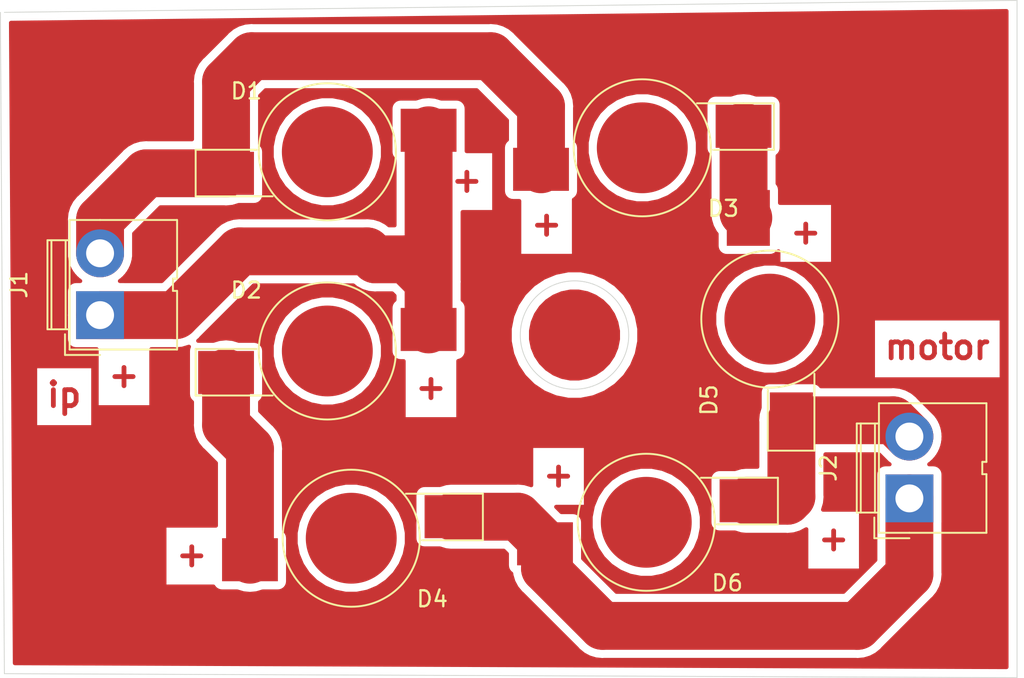
<source format=kicad_pcb>
(kicad_pcb (version 20171130) (host pcbnew "(5.1.6)-1")

  (general
    (thickness 1.6)
    (drawings 17)
    (tracks 33)
    (zones 0)
    (modules 8)
    (nets 7)
  )

  (page A4)
  (layers
    (0 F.Cu signal)
    (31 B.Cu signal)
    (32 B.Adhes user)
    (33 F.Adhes user)
    (34 B.Paste user)
    (35 F.Paste user)
    (36 B.SilkS user)
    (37 F.SilkS user)
    (38 B.Mask user)
    (39 F.Mask user)
    (40 Dwgs.User user)
    (41 Cmts.User user)
    (42 Eco1.User user)
    (43 Eco2.User user)
    (44 Edge.Cuts user)
    (45 Margin user)
    (46 B.CrtYd user)
    (47 F.CrtYd user)
    (48 B.Fab user)
    (49 F.Fab user)
  )

  (setup
    (last_trace_width 2)
    (user_trace_width 2)
    (user_trace_width 3)
    (trace_clearance 0.2)
    (zone_clearance 0.508)
    (zone_45_only no)
    (trace_min 0.2)
    (via_size 0.8)
    (via_drill 0.4)
    (via_min_size 0.4)
    (via_min_drill 0.3)
    (uvia_size 0.3)
    (uvia_drill 0.1)
    (uvias_allowed no)
    (uvia_min_size 0.2)
    (uvia_min_drill 0.1)
    (edge_width 0.05)
    (segment_width 0.2)
    (pcb_text_width 0.3)
    (pcb_text_size 1.5 1.5)
    (mod_edge_width 0.12)
    (mod_text_size 1 1)
    (mod_text_width 0.15)
    (pad_size 1.524 1.524)
    (pad_drill 0.762)
    (pad_to_mask_clearance 0.05)
    (aux_axis_origin 0 0)
    (visible_elements FFFFFF7F)
    (pcbplotparams
      (layerselection 0x010fc_ffffffff)
      (usegerberextensions false)
      (usegerberattributes true)
      (usegerberadvancedattributes true)
      (creategerberjobfile true)
      (excludeedgelayer true)
      (linewidth 0.100000)
      (plotframeref false)
      (viasonmask false)
      (mode 1)
      (useauxorigin false)
      (hpglpennumber 1)
      (hpglpenspeed 20)
      (hpglpendiameter 15.000000)
      (psnegative false)
      (psa4output false)
      (plotreference true)
      (plotvalue true)
      (plotinvisibletext false)
      (padsonsilk false)
      (subtractmaskfromsilk false)
      (outputformat 1)
      (mirror false)
      (drillshape 1)
      (scaleselection 1)
      (outputdirectory ""))
  )

  (net 0 "")
  (net 1 "Net-(D1-Pad2)")
  (net 2 "Net-(D1-Pad1)")
  (net 3 "Net-(D2-Pad1)")
  (net 4 "Net-(D3-Pad1)")
  (net 5 "Net-(D4-Pad1)")
  (net 6 "Net-(D5-Pad1)")

  (net_class Default "This is the default net class."
    (clearance 0.2)
    (trace_width 0.25)
    (via_dia 0.8)
    (via_drill 0.4)
    (uvia_dia 0.3)
    (uvia_drill 0.1)
    (add_net "Net-(D1-Pad1)")
    (add_net "Net-(D1-Pad2)")
    (add_net "Net-(D2-Pad1)")
    (add_net "Net-(D3-Pad1)")
    (add_net "Net-(D4-Pad1)")
    (add_net "Net-(D5-Pad1)")
  )

  (module Connector:JWT_A3963_1x02_P3.96mm_Vertical (layer F.Cu) (tedit 5A2A57CE) (tstamp 5F916A88)
    (at 176.75 122.25 90)
    (descr "JWT A3963, 3.96mm pitch Pin head connector (http://www.jwt.com.tw/pro_pdf/A3963.pdf)")
    (tags "connector JWT A3963 pinhead")
    (path /5F916A6E)
    (fp_text reference J2 (at 1.91 -5.08 90) (layer F.SilkS)
      (effects (font (size 1 1) (thickness 0.15)))
    )
    (fp_text value motor (at 1.91 6.35 90) (layer F.Fab)
      (effects (font (size 1 1) (thickness 0.15)))
    )
    (fp_text user %R (at 2.2 3.7 90) (layer F.Fab)
      (effects (font (size 1 1) (thickness 0.15)))
    )
    (fp_line (start 4.6 -3.2) (end 4.6 -1.8) (layer F.Fab) (width 0.1))
    (fp_line (start -0.8 -3.2) (end 4.6 -3.2) (layer F.Fab) (width 0.1))
    (fp_line (start -0.8 -1.8) (end -0.8 -3.2) (layer F.Fab) (width 0.1))
    (fp_line (start 0 -0.3) (end 1.25 -1.8) (layer F.Fab) (width 0.1))
    (fp_line (start -1.25 -1.8) (end 0 -0.3) (layer F.Fab) (width 0.1))
    (fp_line (start -2.5 -2.2) (end -2.5 0) (layer F.SilkS) (width 0.12))
    (fp_line (start -1.2 -2.2) (end -2.5 -2.2) (layer F.SilkS) (width 0.12))
    (fp_line (start -2.05 4.7) (end -2.05 -1.8) (layer F.Fab) (width 0.1))
    (fp_line (start 5.85 4.7) (end -2.05 4.7) (layer F.Fab) (width 0.1))
    (fp_line (start 5.85 -1.8) (end 5.85 4.7) (layer F.Fab) (width 0.1))
    (fp_line (start -2.05 -1.8) (end 5.85 -1.8) (layer F.Fab) (width 0.1))
    (fp_line (start -2.5 -3.55) (end 6.35 -3.55) (layer F.CrtYd) (width 0.05))
    (fp_line (start 6.35 -3.55) (end 6.35 5.05) (layer F.CrtYd) (width 0.05))
    (fp_line (start 6.35 5.05) (end -2.5 5.05) (layer F.CrtYd) (width 0.05))
    (fp_line (start -2.5 5.05) (end -2.5 -3.55) (layer F.CrtYd) (width 0.05))
    (fp_line (start 2.29 4.83) (end 5.97 4.83) (layer F.SilkS) (width 0.12))
    (fp_line (start 1.52 4.83) (end -2.16 4.83) (layer F.SilkS) (width 0.12))
    (fp_line (start 1.52 4.83) (end 1.52 4.57) (layer F.SilkS) (width 0.12))
    (fp_line (start 1.52 4.57) (end 2.29 4.57) (layer F.SilkS) (width 0.12))
    (fp_line (start 2.29 4.57) (end 2.29 4.83) (layer F.SilkS) (width 0.12))
    (fp_line (start -0.89 -2.16) (end 4.7 -2.16) (layer F.SilkS) (width 0.12))
    (fp_line (start -0.89 -3.05) (end 4.7 -3.05) (layer F.SilkS) (width 0.12))
    (fp_line (start 5.97 -1.91) (end 5.97 0) (layer F.SilkS) (width 0.12))
    (fp_line (start -2.16 -1.91) (end -2.16 0) (layer F.SilkS) (width 0.12))
    (fp_line (start -0.89 -3.3) (end 4.7 -3.3) (layer F.SilkS) (width 0.12))
    (fp_line (start 4.7 -1.91) (end 4.7 -3.3) (layer F.SilkS) (width 0.12))
    (fp_line (start -0.89 -1.91) (end -0.89 -3.3) (layer F.SilkS) (width 0.12))
    (fp_line (start -2.16 -1.91) (end 5.97 -1.91) (layer F.SilkS) (width 0.12))
    (fp_line (start -2.16 0) (end -2.16 4.83) (layer F.SilkS) (width 0.12))
    (fp_line (start 5.97 4.83) (end 5.97 0) (layer F.SilkS) (width 0.12))
    (pad 2 thru_hole circle (at 3.88 0 90) (size 3 3) (drill 1.75) (layers *.Cu *.Mask)
      (net 6 "Net-(D5-Pad1)"))
    (pad 1 thru_hole rect (at 0 0 90) (size 3 3) (drill 1.75) (layers *.Cu *.Mask)
      (net 5 "Net-(D4-Pad1)"))
    (model ${KISYS3DMOD}/Connector.3dshapes/JWT_A3963_1x02_P3.96mm_Vertical.wrl
      (at (xyz 0 0 0))
      (scale (xyz 1 1 1))
      (rotate (xyz 0 0 0))
    )
  )

  (module Connector:JWT_A3963_1x02_P3.96mm_Vertical (layer F.Cu) (tedit 5A2A57CE) (tstamp 5F917389)
    (at 126 110.75 90)
    (descr "JWT A3963, 3.96mm pitch Pin head connector (http://www.jwt.com.tw/pro_pdf/A3963.pdf)")
    (tags "connector JWT A3963 pinhead")
    (path /5F916672)
    (fp_text reference J1 (at 1.91 -5.08 90) (layer F.SilkS)
      (effects (font (size 1 1) (thickness 0.15)))
    )
    (fp_text value input (at 1.91 6.35 90) (layer F.Fab)
      (effects (font (size 1 1) (thickness 0.15)))
    )
    (fp_text user %R (at 2.2 3.7 90) (layer F.Fab)
      (effects (font (size 1 1) (thickness 0.15)))
    )
    (fp_line (start 4.6 -3.2) (end 4.6 -1.8) (layer F.Fab) (width 0.1))
    (fp_line (start -0.8 -3.2) (end 4.6 -3.2) (layer F.Fab) (width 0.1))
    (fp_line (start -0.8 -1.8) (end -0.8 -3.2) (layer F.Fab) (width 0.1))
    (fp_line (start 0 -0.3) (end 1.25 -1.8) (layer F.Fab) (width 0.1))
    (fp_line (start -1.25 -1.8) (end 0 -0.3) (layer F.Fab) (width 0.1))
    (fp_line (start -2.5 -2.2) (end -2.5 0) (layer F.SilkS) (width 0.12))
    (fp_line (start -1.2 -2.2) (end -2.5 -2.2) (layer F.SilkS) (width 0.12))
    (fp_line (start -2.05 4.7) (end -2.05 -1.8) (layer F.Fab) (width 0.1))
    (fp_line (start 5.85 4.7) (end -2.05 4.7) (layer F.Fab) (width 0.1))
    (fp_line (start 5.85 -1.8) (end 5.85 4.7) (layer F.Fab) (width 0.1))
    (fp_line (start -2.05 -1.8) (end 5.85 -1.8) (layer F.Fab) (width 0.1))
    (fp_line (start -2.5 -3.55) (end 6.35 -3.55) (layer F.CrtYd) (width 0.05))
    (fp_line (start 6.35 -3.55) (end 6.35 5.05) (layer F.CrtYd) (width 0.05))
    (fp_line (start 6.35 5.05) (end -2.5 5.05) (layer F.CrtYd) (width 0.05))
    (fp_line (start -2.5 5.05) (end -2.5 -3.55) (layer F.CrtYd) (width 0.05))
    (fp_line (start 2.29 4.83) (end 5.97 4.83) (layer F.SilkS) (width 0.12))
    (fp_line (start 1.52 4.83) (end -2.16 4.83) (layer F.SilkS) (width 0.12))
    (fp_line (start 1.52 4.83) (end 1.52 4.57) (layer F.SilkS) (width 0.12))
    (fp_line (start 1.52 4.57) (end 2.29 4.57) (layer F.SilkS) (width 0.12))
    (fp_line (start 2.29 4.57) (end 2.29 4.83) (layer F.SilkS) (width 0.12))
    (fp_line (start -0.89 -2.16) (end 4.7 -2.16) (layer F.SilkS) (width 0.12))
    (fp_line (start -0.89 -3.05) (end 4.7 -3.05) (layer F.SilkS) (width 0.12))
    (fp_line (start 5.97 -1.91) (end 5.97 0) (layer F.SilkS) (width 0.12))
    (fp_line (start -2.16 -1.91) (end -2.16 0) (layer F.SilkS) (width 0.12))
    (fp_line (start -0.89 -3.3) (end 4.7 -3.3) (layer F.SilkS) (width 0.12))
    (fp_line (start 4.7 -1.91) (end 4.7 -3.3) (layer F.SilkS) (width 0.12))
    (fp_line (start -0.89 -1.91) (end -0.89 -3.3) (layer F.SilkS) (width 0.12))
    (fp_line (start -2.16 -1.91) (end 5.97 -1.91) (layer F.SilkS) (width 0.12))
    (fp_line (start -2.16 0) (end -2.16 4.83) (layer F.SilkS) (width 0.12))
    (fp_line (start 5.97 4.83) (end 5.97 0) (layer F.SilkS) (width 0.12))
    (pad 2 thru_hole circle (at 3.88 0 90) (size 3 3) (drill 1.75) (layers *.Cu *.Mask)
      (net 2 "Net-(D1-Pad1)"))
    (pad 1 thru_hole rect (at 0 0 90) (size 3 3) (drill 1.75) (layers *.Cu *.Mask)
      (net 1 "Net-(D1-Pad2)"))
    (model ${KISYS3DMOD}/Connector.3dshapes/JWT_A3963_1x02_P3.96mm_Vertical.wrl
      (at (xyz 0 0 0))
      (scale (xyz 1 1 1))
      (rotate (xyz 0 0 0))
    )
  )

  (module LEDs:LED_1W_3W_R8 (layer F.Cu) (tedit 58AC980C) (tstamp 5F916D30)
    (at 160.25 123.75 180)
    (descr https://www.gme.cz/data/attachments/dsh.518-234.1.pdf)
    (tags "LED 1W 3W 5W")
    (path /5F914996)
    (attr smd)
    (fp_text reference D6 (at -5.08 -3.81) (layer F.SilkS)
      (effects (font (size 1 1) (thickness 0.15)))
    )
    (fp_text value LED (at 0 5.08) (layer F.Fab)
      (effects (font (size 1 1) (thickness 0.15)))
    )
    (fp_circle (center 0 0) (end 4.025 0) (layer F.Fab) (width 0.1))
    (fp_line (start 4.826 1.524) (end 4.826 0.508) (layer F.Fab) (width 0.1))
    (fp_line (start -5.334 -1.016) (end -4.318 -1.016) (layer F.Fab) (width 0.1))
    (fp_line (start 4.318 1.016) (end 5.334 1.016) (layer F.Fab) (width 0.1))
    (fp_circle (center 0 0) (end -4.3 0) (layer F.SilkS) (width 0.12))
    (fp_line (start -4.445 -0.127) (end -8.255 -0.127) (layer F.SilkS) (width 0.12))
    (fp_line (start -8.255 -0.127) (end -8.255 2.794) (layer F.SilkS) (width 0.12))
    (fp_line (start -8.255 2.794) (end -3.429 2.794) (layer F.SilkS) (width 0.12))
    (fp_line (start -4.59 -0.45) (end -8.55 -0.45) (layer F.CrtYd) (width 0.05))
    (fp_line (start -8.55 -0.45) (end -8.55 3.15) (layer F.CrtYd) (width 0.05))
    (fp_line (start -8.55 3.15) (end -3.37 3.15) (layer F.CrtYd) (width 0.05))
    (fp_line (start 3.37 -3.15) (end 8.55 -3.15) (layer F.CrtYd) (width 0.05))
    (fp_line (start 8.55 -3.15) (end 8.55 0.45) (layer F.CrtYd) (width 0.05))
    (fp_line (start 8.55 0.45) (end 4.59 0.45) (layer F.CrtYd) (width 0.05))
    (fp_line (start -1.27 0) (end 1.27 -1.27) (layer F.Fab) (width 0.1))
    (fp_line (start 1.27 -1.27) (end 1.27 1.27) (layer F.Fab) (width 0.1))
    (fp_line (start -1.27 0) (end 1.27 1.27) (layer F.Fab) (width 0.1))
    (fp_line (start 1.27 1.27) (end 1.27 0) (layer F.Fab) (width 0.1))
    (fp_line (start 1.27 0) (end 2.54 0) (layer F.Fab) (width 0.1))
    (fp_line (start -1.27 -1.27) (end -1.27 1.27) (layer F.Fab) (width 0.1))
    (fp_line (start -2.54 0) (end -1.27 0) (layer F.Fab) (width 0.1))
    (fp_text user %R (at 0 -2.54) (layer F.Fab)
      (effects (font (size 1 1) (thickness 0.15)))
    )
    (fp_arc (start 0 0) (end 4.59 0.45) (angle 131.3332206) (layer F.CrtYd) (width 0.05))
    (fp_arc (start 0 0) (end -4.59 -0.45) (angle 131.3332206) (layer F.CrtYd) (width 0.05))
    (pad 2 smd rect (at 6.35 -1.35 180) (size 3.5 2.7) (layers F.Cu F.Paste F.Mask)
      (net 5 "Net-(D4-Pad1)"))
    (pad 1 smd rect (at -6.35 1.35 180) (size 3.5 2.7) (layers F.Cu F.Paste F.Mask)
      (net 6 "Net-(D5-Pad1)"))
    (pad 3 smd circle (at 0 0 180) (size 5.7 5.7) (layers F.Cu F.Paste F.Mask))
    (model ${KISYS3DMOD}/LEDs.3dshapes/LED_1W_3W_R8.wrl
      (at (xyz 0 0 0))
      (scale (xyz 1 1 1))
      (rotate (xyz 0 0 0))
    )
  )

  (module LEDs:LED_1W_3W_R8 (layer F.Cu) (tedit 58AC980C) (tstamp 5F916A3B)
    (at 168 111 90)
    (descr https://www.gme.cz/data/attachments/dsh.518-234.1.pdf)
    (tags "LED 1W 3W 5W")
    (path /5F9158D8)
    (attr smd)
    (fp_text reference D5 (at -5.08 -3.81 90) (layer F.SilkS)
      (effects (font (size 1 1) (thickness 0.15)))
    )
    (fp_text value LED (at 0 5.08 90) (layer F.Fab)
      (effects (font (size 1 1) (thickness 0.15)))
    )
    (fp_circle (center 0 0) (end 4.025 0) (layer F.Fab) (width 0.1))
    (fp_line (start 4.826 1.524) (end 4.826 0.508) (layer F.Fab) (width 0.1))
    (fp_line (start -5.334 -1.016) (end -4.318 -1.016) (layer F.Fab) (width 0.1))
    (fp_line (start 4.318 1.016) (end 5.334 1.016) (layer F.Fab) (width 0.1))
    (fp_circle (center 0 0) (end -4.3 0) (layer F.SilkS) (width 0.12))
    (fp_line (start -4.445 -0.127) (end -8.255 -0.127) (layer F.SilkS) (width 0.12))
    (fp_line (start -8.255 -0.127) (end -8.255 2.794) (layer F.SilkS) (width 0.12))
    (fp_line (start -8.255 2.794) (end -3.429 2.794) (layer F.SilkS) (width 0.12))
    (fp_line (start -4.59 -0.45) (end -8.55 -0.45) (layer F.CrtYd) (width 0.05))
    (fp_line (start -8.55 -0.45) (end -8.55 3.15) (layer F.CrtYd) (width 0.05))
    (fp_line (start -8.55 3.15) (end -3.37 3.15) (layer F.CrtYd) (width 0.05))
    (fp_line (start 3.37 -3.15) (end 8.55 -3.15) (layer F.CrtYd) (width 0.05))
    (fp_line (start 8.55 -3.15) (end 8.55 0.45) (layer F.CrtYd) (width 0.05))
    (fp_line (start 8.55 0.45) (end 4.59 0.45) (layer F.CrtYd) (width 0.05))
    (fp_line (start -1.27 0) (end 1.27 -1.27) (layer F.Fab) (width 0.1))
    (fp_line (start 1.27 -1.27) (end 1.27 1.27) (layer F.Fab) (width 0.1))
    (fp_line (start -1.27 0) (end 1.27 1.27) (layer F.Fab) (width 0.1))
    (fp_line (start 1.27 1.27) (end 1.27 0) (layer F.Fab) (width 0.1))
    (fp_line (start 1.27 0) (end 2.54 0) (layer F.Fab) (width 0.1))
    (fp_line (start -1.27 -1.27) (end -1.27 1.27) (layer F.Fab) (width 0.1))
    (fp_line (start -2.54 0) (end -1.27 0) (layer F.Fab) (width 0.1))
    (fp_text user %R (at 0 -2.54 90) (layer F.Fab)
      (effects (font (size 1 1) (thickness 0.15)))
    )
    (fp_arc (start 0 0) (end 4.59 0.45) (angle 131.3332206) (layer F.CrtYd) (width 0.05))
    (fp_arc (start 0 0) (end -4.59 -0.45) (angle 131.3332206) (layer F.CrtYd) (width 0.05))
    (pad 2 smd rect (at 6.35 -1.35 90) (size 3.5 2.7) (layers F.Cu F.Paste F.Mask)
      (net 4 "Net-(D3-Pad1)"))
    (pad 1 smd rect (at -6.35 1.35 90) (size 3.5 2.7) (layers F.Cu F.Paste F.Mask)
      (net 6 "Net-(D5-Pad1)"))
    (pad 3 smd circle (at 0 0 90) (size 5.7 5.7) (layers F.Cu F.Paste F.Mask))
    (model ${KISYS3DMOD}/LEDs.3dshapes/LED_1W_3W_R8.wrl
      (at (xyz 0 0 0))
      (scale (xyz 1 1 1))
      (rotate (xyz 0 0 0))
    )
  )

  (module LEDs:LED_1W_3W_R8 (layer F.Cu) (tedit 58AC980C) (tstamp 5F916A38)
    (at 141.75 124.75 180)
    (descr https://www.gme.cz/data/attachments/dsh.518-234.1.pdf)
    (tags "LED 1W 3W 5W")
    (path /5F913F16)
    (attr smd)
    (fp_text reference D4 (at -5.08 -3.81) (layer F.SilkS)
      (effects (font (size 1 1) (thickness 0.15)))
    )
    (fp_text value LED (at 0 5.08) (layer F.Fab)
      (effects (font (size 1 1) (thickness 0.15)))
    )
    (fp_circle (center 0 0) (end 4.025 0) (layer F.Fab) (width 0.1))
    (fp_line (start 4.826 1.524) (end 4.826 0.508) (layer F.Fab) (width 0.1))
    (fp_line (start -5.334 -1.016) (end -4.318 -1.016) (layer F.Fab) (width 0.1))
    (fp_line (start 4.318 1.016) (end 5.334 1.016) (layer F.Fab) (width 0.1))
    (fp_circle (center 0 0) (end -4.3 0) (layer F.SilkS) (width 0.12))
    (fp_line (start -4.445 -0.127) (end -8.255 -0.127) (layer F.SilkS) (width 0.12))
    (fp_line (start -8.255 -0.127) (end -8.255 2.794) (layer F.SilkS) (width 0.12))
    (fp_line (start -8.255 2.794) (end -3.429 2.794) (layer F.SilkS) (width 0.12))
    (fp_line (start -4.59 -0.45) (end -8.55 -0.45) (layer F.CrtYd) (width 0.05))
    (fp_line (start -8.55 -0.45) (end -8.55 3.15) (layer F.CrtYd) (width 0.05))
    (fp_line (start -8.55 3.15) (end -3.37 3.15) (layer F.CrtYd) (width 0.05))
    (fp_line (start 3.37 -3.15) (end 8.55 -3.15) (layer F.CrtYd) (width 0.05))
    (fp_line (start 8.55 -3.15) (end 8.55 0.45) (layer F.CrtYd) (width 0.05))
    (fp_line (start 8.55 0.45) (end 4.59 0.45) (layer F.CrtYd) (width 0.05))
    (fp_line (start -1.27 0) (end 1.27 -1.27) (layer F.Fab) (width 0.1))
    (fp_line (start 1.27 -1.27) (end 1.27 1.27) (layer F.Fab) (width 0.1))
    (fp_line (start -1.27 0) (end 1.27 1.27) (layer F.Fab) (width 0.1))
    (fp_line (start 1.27 1.27) (end 1.27 0) (layer F.Fab) (width 0.1))
    (fp_line (start 1.27 0) (end 2.54 0) (layer F.Fab) (width 0.1))
    (fp_line (start -1.27 -1.27) (end -1.27 1.27) (layer F.Fab) (width 0.1))
    (fp_line (start -2.54 0) (end -1.27 0) (layer F.Fab) (width 0.1))
    (fp_text user %R (at 0 -2.54) (layer F.Fab)
      (effects (font (size 1 1) (thickness 0.15)))
    )
    (fp_arc (start 0 0) (end 4.59 0.45) (angle 131.3332206) (layer F.CrtYd) (width 0.05))
    (fp_arc (start 0 0) (end -4.59 -0.45) (angle 131.3332206) (layer F.CrtYd) (width 0.05))
    (pad 2 smd rect (at 6.35 -1.35 180) (size 3.5 2.7) (layers F.Cu F.Paste F.Mask)
      (net 3 "Net-(D2-Pad1)"))
    (pad 1 smd rect (at -6.35 1.35 180) (size 3.5 2.7) (layers F.Cu F.Paste F.Mask)
      (net 5 "Net-(D4-Pad1)"))
    (pad 3 smd circle (at 0 0 180) (size 5.7 5.7) (layers F.Cu F.Paste F.Mask))
    (model ${KISYS3DMOD}/LEDs.3dshapes/LED_1W_3W_R8.wrl
      (at (xyz 0 0 0))
      (scale (xyz 1 1 1))
      (rotate (xyz 0 0 0))
    )
  )

  (module LEDs:LED_1W_3W_R8 (layer F.Cu) (tedit 58AC980C) (tstamp 5F916A35)
    (at 160 100.25 180)
    (descr https://www.gme.cz/data/attachments/dsh.518-234.1.pdf)
    (tags "LED 1W 3W 5W")
    (path /5F91556E)
    (attr smd)
    (fp_text reference D3 (at -5.08 -3.81) (layer F.SilkS)
      (effects (font (size 1 1) (thickness 0.15)))
    )
    (fp_text value LED (at 0 5.08) (layer F.Fab)
      (effects (font (size 1 1) (thickness 0.15)))
    )
    (fp_circle (center 0 0) (end 4.025 0) (layer F.Fab) (width 0.1))
    (fp_line (start 4.826 1.524) (end 4.826 0.508) (layer F.Fab) (width 0.1))
    (fp_line (start -5.334 -1.016) (end -4.318 -1.016) (layer F.Fab) (width 0.1))
    (fp_line (start 4.318 1.016) (end 5.334 1.016) (layer F.Fab) (width 0.1))
    (fp_circle (center 0 0) (end -4.3 0) (layer F.SilkS) (width 0.12))
    (fp_line (start -4.445 -0.127) (end -8.255 -0.127) (layer F.SilkS) (width 0.12))
    (fp_line (start -8.255 -0.127) (end -8.255 2.794) (layer F.SilkS) (width 0.12))
    (fp_line (start -8.255 2.794) (end -3.429 2.794) (layer F.SilkS) (width 0.12))
    (fp_line (start -4.59 -0.45) (end -8.55 -0.45) (layer F.CrtYd) (width 0.05))
    (fp_line (start -8.55 -0.45) (end -8.55 3.15) (layer F.CrtYd) (width 0.05))
    (fp_line (start -8.55 3.15) (end -3.37 3.15) (layer F.CrtYd) (width 0.05))
    (fp_line (start 3.37 -3.15) (end 8.55 -3.15) (layer F.CrtYd) (width 0.05))
    (fp_line (start 8.55 -3.15) (end 8.55 0.45) (layer F.CrtYd) (width 0.05))
    (fp_line (start 8.55 0.45) (end 4.59 0.45) (layer F.CrtYd) (width 0.05))
    (fp_line (start -1.27 0) (end 1.27 -1.27) (layer F.Fab) (width 0.1))
    (fp_line (start 1.27 -1.27) (end 1.27 1.27) (layer F.Fab) (width 0.1))
    (fp_line (start -1.27 0) (end 1.27 1.27) (layer F.Fab) (width 0.1))
    (fp_line (start 1.27 1.27) (end 1.27 0) (layer F.Fab) (width 0.1))
    (fp_line (start 1.27 0) (end 2.54 0) (layer F.Fab) (width 0.1))
    (fp_line (start -1.27 -1.27) (end -1.27 1.27) (layer F.Fab) (width 0.1))
    (fp_line (start -2.54 0) (end -1.27 0) (layer F.Fab) (width 0.1))
    (fp_text user %R (at 0 -2.54) (layer F.Fab)
      (effects (font (size 1 1) (thickness 0.15)))
    )
    (fp_arc (start 0 0) (end 4.59 0.45) (angle 131.3332206) (layer F.CrtYd) (width 0.05))
    (fp_arc (start 0 0) (end -4.59 -0.45) (angle 131.3332206) (layer F.CrtYd) (width 0.05))
    (pad 2 smd rect (at 6.35 -1.35 180) (size 3.5 2.7) (layers F.Cu F.Paste F.Mask)
      (net 2 "Net-(D1-Pad1)"))
    (pad 1 smd rect (at -6.35 1.35 180) (size 3.5 2.7) (layers F.Cu F.Paste F.Mask)
      (net 4 "Net-(D3-Pad1)"))
    (pad 3 smd circle (at 0 0 180) (size 5.7 5.7) (layers F.Cu F.Paste F.Mask))
    (model ${KISYS3DMOD}/LEDs.3dshapes/LED_1W_3W_R8.wrl
      (at (xyz 0 0 0))
      (scale (xyz 1 1 1))
      (rotate (xyz 0 0 0))
    )
  )

  (module LEDs:LED_1W_3W_R8 (layer F.Cu) (tedit 58AC980C) (tstamp 5F916A32)
    (at 140.25 113)
    (descr https://www.gme.cz/data/attachments/dsh.518-234.1.pdf)
    (tags "LED 1W 3W 5W")
    (path /5F9141E8)
    (attr smd)
    (fp_text reference D2 (at -5.08 -3.81) (layer F.SilkS)
      (effects (font (size 1 1) (thickness 0.15)))
    )
    (fp_text value LED (at 0 5.08) (layer F.Fab)
      (effects (font (size 1 1) (thickness 0.15)))
    )
    (fp_circle (center 0 0) (end 4.025 0) (layer F.Fab) (width 0.1))
    (fp_line (start 4.826 1.524) (end 4.826 0.508) (layer F.Fab) (width 0.1))
    (fp_line (start -5.334 -1.016) (end -4.318 -1.016) (layer F.Fab) (width 0.1))
    (fp_line (start 4.318 1.016) (end 5.334 1.016) (layer F.Fab) (width 0.1))
    (fp_circle (center 0 0) (end -4.3 0) (layer F.SilkS) (width 0.12))
    (fp_line (start -4.445 -0.127) (end -8.255 -0.127) (layer F.SilkS) (width 0.12))
    (fp_line (start -8.255 -0.127) (end -8.255 2.794) (layer F.SilkS) (width 0.12))
    (fp_line (start -8.255 2.794) (end -3.429 2.794) (layer F.SilkS) (width 0.12))
    (fp_line (start -4.59 -0.45) (end -8.55 -0.45) (layer F.CrtYd) (width 0.05))
    (fp_line (start -8.55 -0.45) (end -8.55 3.15) (layer F.CrtYd) (width 0.05))
    (fp_line (start -8.55 3.15) (end -3.37 3.15) (layer F.CrtYd) (width 0.05))
    (fp_line (start 3.37 -3.15) (end 8.55 -3.15) (layer F.CrtYd) (width 0.05))
    (fp_line (start 8.55 -3.15) (end 8.55 0.45) (layer F.CrtYd) (width 0.05))
    (fp_line (start 8.55 0.45) (end 4.59 0.45) (layer F.CrtYd) (width 0.05))
    (fp_line (start -1.27 0) (end 1.27 -1.27) (layer F.Fab) (width 0.1))
    (fp_line (start 1.27 -1.27) (end 1.27 1.27) (layer F.Fab) (width 0.1))
    (fp_line (start -1.27 0) (end 1.27 1.27) (layer F.Fab) (width 0.1))
    (fp_line (start 1.27 1.27) (end 1.27 0) (layer F.Fab) (width 0.1))
    (fp_line (start 1.27 0) (end 2.54 0) (layer F.Fab) (width 0.1))
    (fp_line (start -1.27 -1.27) (end -1.27 1.27) (layer F.Fab) (width 0.1))
    (fp_line (start -2.54 0) (end -1.27 0) (layer F.Fab) (width 0.1))
    (fp_text user %R (at 0 -2.54) (layer F.Fab)
      (effects (font (size 1 1) (thickness 0.15)))
    )
    (fp_arc (start 0 0) (end 4.59 0.45) (angle 131.3332206) (layer F.CrtYd) (width 0.05))
    (fp_arc (start 0 0) (end -4.59 -0.45) (angle 131.3332206) (layer F.CrtYd) (width 0.05))
    (pad 2 smd rect (at 6.35 -1.35) (size 3.5 2.7) (layers F.Cu F.Paste F.Mask)
      (net 1 "Net-(D1-Pad2)"))
    (pad 1 smd rect (at -6.35 1.35) (size 3.5 2.7) (layers F.Cu F.Paste F.Mask)
      (net 3 "Net-(D2-Pad1)"))
    (pad 3 smd circle (at 0 0) (size 5.7 5.7) (layers F.Cu F.Paste F.Mask))
    (model ${KISYS3DMOD}/LEDs.3dshapes/LED_1W_3W_R8.wrl
      (at (xyz 0 0 0))
      (scale (xyz 1 1 1))
      (rotate (xyz 0 0 0))
    )
  )

  (module LEDs:LED_1W_3W_R8 (layer F.Cu) (tedit 58AC980C) (tstamp 5F916A2F)
    (at 140.25 100.5)
    (descr https://www.gme.cz/data/attachments/dsh.518-234.1.pdf)
    (tags "LED 1W 3W 5W")
    (path /5F9151CE)
    (attr smd)
    (fp_text reference D1 (at -5.08 -3.81) (layer F.SilkS)
      (effects (font (size 1 1) (thickness 0.15)))
    )
    (fp_text value LED (at 0 5.08) (layer F.Fab)
      (effects (font (size 1 1) (thickness 0.15)))
    )
    (fp_circle (center 0 0) (end 4.025 0) (layer F.Fab) (width 0.1))
    (fp_line (start 4.826 1.524) (end 4.826 0.508) (layer F.Fab) (width 0.1))
    (fp_line (start -5.334 -1.016) (end -4.318 -1.016) (layer F.Fab) (width 0.1))
    (fp_line (start 4.318 1.016) (end 5.334 1.016) (layer F.Fab) (width 0.1))
    (fp_circle (center 0 0) (end -4.3 0) (layer F.SilkS) (width 0.12))
    (fp_line (start -4.445 -0.127) (end -8.255 -0.127) (layer F.SilkS) (width 0.12))
    (fp_line (start -8.255 -0.127) (end -8.255 2.794) (layer F.SilkS) (width 0.12))
    (fp_line (start -8.255 2.794) (end -3.429 2.794) (layer F.SilkS) (width 0.12))
    (fp_line (start -4.59 -0.45) (end -8.55 -0.45) (layer F.CrtYd) (width 0.05))
    (fp_line (start -8.55 -0.45) (end -8.55 3.15) (layer F.CrtYd) (width 0.05))
    (fp_line (start -8.55 3.15) (end -3.37 3.15) (layer F.CrtYd) (width 0.05))
    (fp_line (start 3.37 -3.15) (end 8.55 -3.15) (layer F.CrtYd) (width 0.05))
    (fp_line (start 8.55 -3.15) (end 8.55 0.45) (layer F.CrtYd) (width 0.05))
    (fp_line (start 8.55 0.45) (end 4.59 0.45) (layer F.CrtYd) (width 0.05))
    (fp_line (start -1.27 0) (end 1.27 -1.27) (layer F.Fab) (width 0.1))
    (fp_line (start 1.27 -1.27) (end 1.27 1.27) (layer F.Fab) (width 0.1))
    (fp_line (start -1.27 0) (end 1.27 1.27) (layer F.Fab) (width 0.1))
    (fp_line (start 1.27 1.27) (end 1.27 0) (layer F.Fab) (width 0.1))
    (fp_line (start 1.27 0) (end 2.54 0) (layer F.Fab) (width 0.1))
    (fp_line (start -1.27 -1.27) (end -1.27 1.27) (layer F.Fab) (width 0.1))
    (fp_line (start -2.54 0) (end -1.27 0) (layer F.Fab) (width 0.1))
    (fp_text user %R (at 0 -2.54) (layer F.Fab)
      (effects (font (size 1 1) (thickness 0.15)))
    )
    (fp_arc (start 0 0) (end 4.59 0.45) (angle 131.3332206) (layer F.CrtYd) (width 0.05))
    (fp_arc (start 0 0) (end -4.59 -0.45) (angle 131.3332206) (layer F.CrtYd) (width 0.05))
    (pad 2 smd rect (at 6.35 -1.35) (size 3.5 2.7) (layers F.Cu F.Paste F.Mask)
      (net 1 "Net-(D1-Pad2)"))
    (pad 1 smd rect (at -6.35 1.35) (size 3.5 2.7) (layers F.Cu F.Paste F.Mask)
      (net 2 "Net-(D1-Pad1)"))
    (pad 3 smd circle (at 0 0) (size 5.7 5.7) (layers F.Cu F.Paste F.Mask))
    (model ${KISYS3DMOD}/LEDs.3dshapes/LED_1W_3W_R8.wrl
      (at (xyz 0 0 0))
      (scale (xyz 1 1 1))
      (rotate (xyz 0 0 0))
    )
  )

  (gr_line (start 183.5 91) (end 120 91.75) (layer Edge.Cuts) (width 0.05))
  (gr_line (start 183.5 133.5) (end 183.5 91) (layer Edge.Cuts) (width 0.05))
  (gr_line (start 120 133.25) (end 183.5 133.5) (layer Edge.Cuts) (width 0.05))
  (gr_line (start 119.75 91.75) (end 120 133.25) (layer Edge.Cuts) (width 0.05))
  (gr_circle (center 155.75 112) (end 154.75 108.75) (layer Edge.Cuts) (width 0.05))
  (gr_circle (center 155.75 112) (end 155.25 108.75) (layer Dwgs.User) (width 0.15))
  (gr_text motor (at 178.5 112.75) (layer F.Cu)
    (effects (font (size 1.5 1.5) (thickness 0.3)))
  )
  (gr_text ip (at 123.75 115.75) (layer F.Cu)
    (effects (font (size 1.5 1.5) (thickness 0.3)))
  )
  (gr_text + (at 127.5 114.5) (layer F.Cu)
    (effects (font (size 1.5 1.5) (thickness 0.3)))
  )
  (gr_text + (at 172 124.75) (layer F.Cu)
    (effects (font (size 1.5 1.5) (thickness 0.3)))
  )
  (gr_text + (at 149 102.25) (layer F.Cu)
    (effects (font (size 1.5 1.5) (thickness 0.3)))
  )
  (gr_text + (at 154 105) (layer F.Cu)
    (effects (font (size 1.5 1.5) (thickness 0.3)))
  )
  (gr_text + (at 170.25 105.5) (layer F.Cu)
    (effects (font (size 1.5 1.5) (thickness 0.3)))
  )
  (gr_text "+\n" (at 146.75 115.25) (layer F.Cu)
    (effects (font (size 1.5 1.5) (thickness 0.3)))
  )
  (gr_text "+\n" (at 154.75 120.75) (layer F.Cu)
    (effects (font (size 1.5 1.5) (thickness 0.3)))
  )
  (gr_text "+\n" (at 131.75 125.75) (layer F.Cu)
    (effects (font (size 1.5 1.5) (thickness 0.3)))
  )
  (gr_text + (at 135.25 121.75) (layer F.Cu)
    (effects (font (size 1.5 1.5) (thickness 0.3)))
  )

  (segment (start 145.2 107.25) (end 146.6 108.65) (width 3) (layer F.Cu) (net 1))
  (segment (start 146.6 99.15) (end 146.6 108.65) (width 3) (layer F.Cu) (net 1))
  (segment (start 146.6 108.65) (end 146.6 111.65) (width 3) (layer F.Cu) (net 1))
  (segment (start 143.25 107.25) (end 145.2 107.25) (width 3) (layer F.Cu) (net 1))
  (segment (start 142.75 106.75) (end 143.25 107.25) (width 3) (layer F.Cu) (net 1))
  (segment (start 126 110.75) (end 130.75 110.75) (width 3) (layer F.Cu) (net 1))
  (segment (start 134.75 106.75) (end 142.75 106.75) (width 3) (layer F.Cu) (net 1))
  (segment (start 130.75 110.75) (end 134.75 106.75) (width 3) (layer F.Cu) (net 1))
  (segment (start 153.65 101.6) (end 153.65 97.65) (width 3) (layer F.Cu) (net 2))
  (segment (start 153.65 97.65) (end 150.5 94.5) (width 3) (layer F.Cu) (net 2))
  (segment (start 150.5 94.5) (end 135.5 94.5) (width 3) (layer F.Cu) (net 2))
  (segment (start 133.9 96.1) (end 133.9 101.85) (width 3) (layer F.Cu) (net 2))
  (segment (start 135.5 94.5) (end 133.9 96.1) (width 3) (layer F.Cu) (net 2))
  (segment (start 126 106.87) (end 126 104.75) (width 3) (layer F.Cu) (net 2))
  (segment (start 128.9 101.85) (end 133.9 101.85) (width 3) (layer F.Cu) (net 2))
  (segment (start 126 104.75) (end 128.9 101.85) (width 3) (layer F.Cu) (net 2))
  (segment (start 135.4 126.1) (end 135.4 119.15) (width 3) (layer F.Cu) (net 3))
  (segment (start 133.9 117.65) (end 133.9 114.35) (width 3) (layer F.Cu) (net 3))
  (segment (start 135.4 119.15) (end 133.9 117.65) (width 3) (layer F.Cu) (net 3))
  (segment (start 166.35 104.35) (end 166.65 104.65) (width 3) (layer F.Cu) (net 4))
  (segment (start 166.35 98.9) (end 166.35 104.35) (width 3) (layer F.Cu) (net 4))
  (segment (start 152.2 123.4) (end 153.9 125.1) (width 3) (layer F.Cu) (net 5))
  (segment (start 148.1 123.4) (end 152.2 123.4) (width 3) (layer F.Cu) (net 5))
  (segment (start 173.5 130.25) (end 176.75 127) (width 3) (layer F.Cu) (net 5))
  (segment (start 157.5 130.25) (end 173.5 130.25) (width 3) (layer F.Cu) (net 5))
  (segment (start 176.75 127) (end 176.75 122.25) (width 3) (layer F.Cu) (net 5))
  (segment (start 153.9 125.1) (end 153.9 126.65) (width 3) (layer F.Cu) (net 5))
  (segment (start 153.9 126.65) (end 157.5 130.25) (width 3) (layer F.Cu) (net 5))
  (segment (start 175.73 117.35) (end 176.75 118.37) (width 3) (layer F.Cu) (net 6))
  (segment (start 169.35 117.35) (end 175.73 117.35) (width 3) (layer F.Cu) (net 6))
  (segment (start 166.6 122.4) (end 169.1 122.4) (width 3) (layer F.Cu) (net 6))
  (segment (start 169.35 122.15) (end 169.35 117.35) (width 3) (layer F.Cu) (net 6))
  (segment (start 169.1 122.4) (end 169.35 122.15) (width 3) (layer F.Cu) (net 6))

  (zone (net 0) (net_name "") (layer F.Cu) (tstamp 0) (hatch edge 0.508)
    (connect_pads (clearance 0.508))
    (min_thickness 0.254)
    (fill yes (arc_segments 32) (thermal_gap 0.508) (thermal_bridge_width 0.508))
    (polygon
      (pts
        (xy 183.75 91.25) (xy 183.5 133) (xy 120.25 133) (xy 120.25 91.5)
      )
    )
    (filled_polygon
      (pts
        (xy 182.84 132.837397) (xy 120.656051 132.592578) (xy 120.543807 113.96) (xy 121.929286 113.96) (xy 121.929286 117.78)
        (xy 125.570715 117.78) (xy 125.570715 113.96) (xy 121.929286 113.96) (xy 120.543807 113.96) (xy 120.52447 110.75)
        (xy 123.85467 110.75) (xy 123.861928 110.823692) (xy 123.861928 112.25) (xy 123.874188 112.374482) (xy 123.910498 112.49418)
        (xy 123.969463 112.604494) (xy 124.048815 112.701185) (xy 124.145506 112.780537) (xy 124.25582 112.839502) (xy 124.375518 112.875812)
        (xy 124.5 112.888072) (xy 125.786429 112.888072) (xy 125.786429 116.53) (xy 129.213572 116.53) (xy 129.213572 112.885)
        (xy 130.645128 112.885) (xy 130.75 112.895329) (xy 130.854872 112.885) (xy 130.854882 112.885) (xy 131.168533 112.854108)
        (xy 131.570982 112.732026) (xy 131.57411 112.730354) (xy 131.560498 112.75582) (xy 131.524188 112.875518) (xy 131.511928 113)
        (xy 131.511928 115.7) (xy 131.524188 115.824482) (xy 131.560498 115.94418) (xy 131.619463 116.054494) (xy 131.698815 116.151185)
        (xy 131.765 116.205501) (xy 131.765 117.545128) (xy 131.754671 117.65) (xy 131.765 117.754872) (xy 131.765 117.754881)
        (xy 131.795892 118.068532) (xy 131.917974 118.470981) (xy 132.116223 118.841881) (xy 132.383023 119.166977) (xy 132.464492 119.233837)
        (xy 133.265001 120.034346) (xy 133.265 123.96) (xy 130.036429 123.96) (xy 130.036429 127.78) (xy 133.10637 127.78)
        (xy 133.119463 127.804494) (xy 133.198815 127.901185) (xy 133.295506 127.980537) (xy 133.40582 128.039502) (xy 133.525518 128.075812)
        (xy 133.65 128.088072) (xy 134.598949 128.088072) (xy 134.981467 128.204108) (xy 135.4 128.24533) (xy 135.818532 128.204108)
        (xy 136.20105 128.088072) (xy 137.15 128.088072) (xy 137.274482 128.075812) (xy 137.39418 128.039502) (xy 137.504494 127.980537)
        (xy 137.601185 127.901185) (xy 137.680537 127.804494) (xy 137.739502 127.69418) (xy 137.775812 127.574482) (xy 137.788072 127.45)
        (xy 137.788072 124.75) (xy 137.775812 124.625518) (xy 137.739502 124.50582) (xy 137.686552 124.406758) (xy 138.265 124.406758)
        (xy 138.265 125.093242) (xy 138.398927 125.766537) (xy 138.661633 126.400766) (xy 139.043024 126.971558) (xy 139.528442 127.456976)
        (xy 140.099234 127.838367) (xy 140.733463 128.101073) (xy 141.406758 128.235) (xy 142.093242 128.235) (xy 142.766537 128.101073)
        (xy 143.400766 127.838367) (xy 143.971558 127.456976) (xy 144.456976 126.971558) (xy 144.838367 126.400766) (xy 145.101073 125.766537)
        (xy 145.235 125.093242) (xy 145.235 124.406758) (xy 145.101073 123.733463) (xy 144.838367 123.099234) (xy 144.456976 122.528442)
        (xy 143.978534 122.05) (xy 145.711928 122.05) (xy 145.711928 124.75) (xy 145.724188 124.874482) (xy 145.760498 124.99418)
        (xy 145.819463 125.104494) (xy 145.898815 125.201185) (xy 145.995506 125.280537) (xy 146.10582 125.339502) (xy 146.225518 125.375812)
        (xy 146.35 125.388072) (xy 147.298949 125.388072) (xy 147.681467 125.504108) (xy 147.995118 125.535) (xy 151.315655 125.535)
        (xy 151.511928 125.731273) (xy 151.511928 126.45) (xy 151.524188 126.574482) (xy 151.560498 126.69418) (xy 151.619463 126.804494)
        (xy 151.698815 126.901185) (xy 151.786497 126.973143) (xy 151.795892 127.068533) (xy 151.863645 127.291881) (xy 151.917975 127.470982)
        (xy 152.116224 127.841881) (xy 152.316165 128.08551) (xy 152.316168 128.085513) (xy 152.383024 128.166977) (xy 152.464487 128.233832)
        (xy 155.916167 131.685513) (xy 155.983023 131.766977) (xy 156.064487 131.833833) (xy 156.064489 131.833835) (xy 156.236338 131.974868)
        (xy 156.308119 132.033777) (xy 156.679016 132.232025) (xy 156.679018 132.232026) (xy 157.081466 132.354108) (xy 157.119001 132.357805)
        (xy 157.395118 132.385) (xy 157.395125 132.385) (xy 157.5 132.395329) (xy 157.604874 132.385) (xy 173.395128 132.385)
        (xy 173.5 132.395329) (xy 173.604872 132.385) (xy 173.604882 132.385) (xy 173.918533 132.354108) (xy 174.320982 132.232026)
        (xy 174.691881 132.033777) (xy 175.016977 131.766977) (xy 175.083837 131.685508) (xy 178.185513 128.583833) (xy 178.266977 128.516977)
        (xy 178.533777 128.191881) (xy 178.732026 127.820982) (xy 178.854108 127.418533) (xy 178.885 127.104882) (xy 178.885 127.104873)
        (xy 178.895329 127.000001) (xy 178.885 126.895129) (xy 178.885 123.781192) (xy 178.888072 123.75) (xy 178.888072 120.75)
        (xy 178.875812 120.625518) (xy 178.839502 120.50582) (xy 178.780537 120.395506) (xy 178.701185 120.298815) (xy 178.604494 120.219463)
        (xy 178.49418 120.160498) (xy 178.374482 120.124188) (xy 178.25 120.111928) (xy 177.992873 120.111928) (xy 178.023342 120.086923)
        (xy 178.110983 120.028363) (xy 178.185515 119.953831) (xy 178.266977 119.886977) (xy 178.333831 119.805515) (xy 178.408363 119.730983)
        (xy 178.466923 119.643342) (xy 178.533776 119.561881) (xy 178.583453 119.468941) (xy 178.642012 119.381302) (xy 178.682347 119.283925)
        (xy 178.732026 119.190982) (xy 178.762619 119.090131) (xy 178.802953 118.992756) (xy 178.823515 118.889384) (xy 178.854108 118.788533)
        (xy 178.864438 118.683653) (xy 178.885 118.580279) (xy 178.885 118.474874) (xy 178.895329 118.37) (xy 178.885 118.265125)
        (xy 178.885 118.159721) (xy 178.864438 118.056347) (xy 178.854108 117.951466) (xy 178.823514 117.850613) (xy 178.802953 117.747244)
        (xy 178.762619 117.649869) (xy 178.732026 117.549018) (xy 178.682347 117.456075) (xy 178.642012 117.358698) (xy 178.583453 117.271059)
        (xy 178.533776 117.178119) (xy 178.466923 117.096658) (xy 178.408363 117.009017) (xy 178.110983 116.711637) (xy 178.11098 116.711635)
        (xy 177.313837 115.914492) (xy 177.246977 115.833023) (xy 176.921881 115.566223) (xy 176.550982 115.367974) (xy 176.148533 115.245892)
        (xy 175.834882 115.215) (xy 175.834872 115.215) (xy 175.73 115.204671) (xy 175.625128 115.215) (xy 171.205501 115.215)
        (xy 171.151185 115.148815) (xy 171.054494 115.069463) (xy 170.94418 115.010498) (xy 170.824482 114.974188) (xy 170.7 114.961928)
        (xy 168 114.961928) (xy 167.875518 114.974188) (xy 167.75582 115.010498) (xy 167.645506 115.069463) (xy 167.548815 115.148815)
        (xy 167.469463 115.245506) (xy 167.410498 115.35582) (xy 167.374188 115.475518) (xy 167.361928 115.6) (xy 167.361928 116.548949)
        (xy 167.245892 116.931467) (xy 167.20467 117.35) (xy 167.215001 117.454892) (xy 167.215 120.265) (xy 166.495118 120.265)
        (xy 166.181467 120.295892) (xy 165.798949 120.411928) (xy 164.85 120.411928) (xy 164.725518 120.424188) (xy 164.60582 120.460498)
        (xy 164.495506 120.519463) (xy 164.398815 120.598815) (xy 164.319463 120.695506) (xy 164.260498 120.80582) (xy 164.224188 120.925518)
        (xy 164.211928 121.05) (xy 164.211928 123.75) (xy 164.224188 123.874482) (xy 164.260498 123.99418) (xy 164.319463 124.104494)
        (xy 164.398815 124.201185) (xy 164.495506 124.280537) (xy 164.60582 124.339502) (xy 164.725518 124.375812) (xy 164.85 124.388072)
        (xy 165.798949 124.388072) (xy 166.181467 124.504108) (xy 166.495118 124.535) (xy 168.995128 124.535) (xy 169.1 124.545329)
        (xy 169.204872 124.535) (xy 169.204882 124.535) (xy 169.518533 124.504108) (xy 169.920982 124.382026) (xy 170.286429 124.186691)
        (xy 170.286429 126.78) (xy 173.713572 126.78) (xy 173.713572 122.96) (xy 171.335357 122.96) (xy 171.454108 122.568533)
        (xy 171.485 122.254882) (xy 171.485 122.254873) (xy 171.495329 122.150001) (xy 171.485 122.045129) (xy 171.485 119.485)
        (xy 174.845655 119.485) (xy 175.091635 119.73098) (xy 175.091637 119.730983) (xy 175.389017 120.028363) (xy 175.476658 120.086923)
        (xy 175.507127 120.111928) (xy 175.25 120.111928) (xy 175.125518 120.124188) (xy 175.00582 120.160498) (xy 174.895506 120.219463)
        (xy 174.798815 120.298815) (xy 174.719463 120.395506) (xy 174.660498 120.50582) (xy 174.624188 120.625518) (xy 174.611928 120.75)
        (xy 174.611928 123.75) (xy 174.615001 123.781198) (xy 174.615 126.115654) (xy 172.615655 128.115) (xy 158.384346 128.115)
        (xy 156.288072 126.018727) (xy 156.288072 123.75) (xy 156.275812 123.625518) (xy 156.239502 123.50582) (xy 156.186552 123.406758)
        (xy 156.765 123.406758) (xy 156.765 124.093242) (xy 156.898927 124.766537) (xy 157.161633 125.400766) (xy 157.543024 125.971558)
        (xy 158.028442 126.456976) (xy 158.599234 126.838367) (xy 159.233463 127.101073) (xy 159.906758 127.235) (xy 160.593242 127.235)
        (xy 161.266537 127.101073) (xy 161.900766 126.838367) (xy 162.471558 126.456976) (xy 162.956976 125.971558) (xy 163.338367 125.400766)
        (xy 163.601073 124.766537) (xy 163.735 124.093242) (xy 163.735 123.406758) (xy 163.601073 122.733463) (xy 163.338367 122.099234)
        (xy 162.956976 121.528442) (xy 162.471558 121.043024) (xy 161.900766 120.661633) (xy 161.266537 120.398927) (xy 160.593242 120.265)
        (xy 159.906758 120.265) (xy 159.233463 120.398927) (xy 158.599234 120.661633) (xy 158.028442 121.043024) (xy 157.543024 121.528442)
        (xy 157.161633 122.099234) (xy 156.898927 122.733463) (xy 156.765 123.406758) (xy 156.186552 123.406758) (xy 156.180537 123.395506)
        (xy 156.101185 123.298815) (xy 156.004494 123.219463) (xy 155.89418 123.160498) (xy 155.774482 123.124188) (xy 155.65 123.111928)
        (xy 154.931274 123.111928) (xy 154.599346 122.78) (xy 156.463572 122.78) (xy 156.463572 118.96) (xy 153.036429 118.96)
        (xy 153.036429 121.426231) (xy 153.020982 121.417974) (xy 152.618533 121.295892) (xy 152.304882 121.265) (xy 152.304872 121.265)
        (xy 152.2 121.254671) (xy 152.095128 121.265) (xy 147.995118 121.265) (xy 147.681467 121.295892) (xy 147.298949 121.411928)
        (xy 146.35 121.411928) (xy 146.225518 121.424188) (xy 146.10582 121.460498) (xy 145.995506 121.519463) (xy 145.898815 121.598815)
        (xy 145.819463 121.695506) (xy 145.760498 121.80582) (xy 145.724188 121.925518) (xy 145.711928 122.05) (xy 143.978534 122.05)
        (xy 143.971558 122.043024) (xy 143.400766 121.661633) (xy 142.766537 121.398927) (xy 142.093242 121.265) (xy 141.406758 121.265)
        (xy 140.733463 121.398927) (xy 140.099234 121.661633) (xy 139.528442 122.043024) (xy 139.043024 122.528442) (xy 138.661633 123.099234)
        (xy 138.398927 123.733463) (xy 138.265 124.406758) (xy 137.686552 124.406758) (xy 137.680537 124.395506) (xy 137.601185 124.298815)
        (xy 137.535 124.244499) (xy 137.535 119.254871) (xy 137.545329 119.149999) (xy 137.535 119.045127) (xy 137.535 119.045118)
        (xy 137.504108 118.731467) (xy 137.382026 118.329018) (xy 137.183777 117.958119) (xy 137.037598 117.78) (xy 136.983835 117.714489)
        (xy 136.983833 117.714487) (xy 136.916977 117.633023) (xy 136.835513 117.566167) (xy 136.035 116.765655) (xy 136.035 116.205501)
        (xy 136.101185 116.151185) (xy 136.180537 116.054494) (xy 136.239502 115.94418) (xy 136.275812 115.824482) (xy 136.288072 115.7)
        (xy 136.288072 113) (xy 136.275812 112.875518) (xy 136.239502 112.75582) (xy 136.186552 112.656758) (xy 136.765 112.656758)
        (xy 136.765 113.343242) (xy 136.898927 114.016537) (xy 137.161633 114.650766) (xy 137.543024 115.221558) (xy 138.028442 115.706976)
        (xy 138.599234 116.088367) (xy 139.233463 116.351073) (xy 139.906758 116.485) (xy 140.593242 116.485) (xy 141.266537 116.351073)
        (xy 141.900766 116.088367) (xy 142.471558 115.706976) (xy 142.956976 115.221558) (xy 143.338367 114.650766) (xy 143.601073 114.016537)
        (xy 143.735 113.343242) (xy 143.735 112.656758) (xy 143.601073 111.983463) (xy 143.338367 111.349234) (xy 142.956976 110.778442)
        (xy 142.471558 110.293024) (xy 141.900766 109.911633) (xy 141.266537 109.648927) (xy 140.593242 109.515) (xy 139.906758 109.515)
        (xy 139.233463 109.648927) (xy 138.599234 109.911633) (xy 138.028442 110.293024) (xy 137.543024 110.778442) (xy 137.161633 111.349234)
        (xy 136.898927 111.983463) (xy 136.765 112.656758) (xy 136.186552 112.656758) (xy 136.180537 112.645506) (xy 136.101185 112.548815)
        (xy 136.004494 112.469463) (xy 135.89418 112.410498) (xy 135.774482 112.374188) (xy 135.65 112.361928) (xy 134.701051 112.361928)
        (xy 134.318533 112.245892) (xy 133.9 112.20467) (xy 133.481468 112.245892) (xy 133.09895 112.361928) (xy 132.151279 112.361928)
        (xy 132.266977 112.266977) (xy 132.333837 112.185508) (xy 135.634346 108.885) (xy 141.876834 108.885) (xy 142.058119 109.033777)
        (xy 142.429018 109.232026) (xy 142.563524 109.272828) (xy 142.831466 109.354108) (xy 142.869001 109.357805) (xy 143.145118 109.385)
        (xy 143.145125 109.385) (xy 143.25 109.395329) (xy 143.354874 109.385) (xy 144.315655 109.385) (xy 144.465 109.534345)
        (xy 144.465 109.794499) (xy 144.398815 109.848815) (xy 144.319463 109.945506) (xy 144.260498 110.05582) (xy 144.224188 110.175518)
        (xy 144.211928 110.3) (xy 144.211928 113) (xy 144.224188 113.124482) (xy 144.260498 113.24418) (xy 144.319463 113.354494)
        (xy 144.398815 113.451185) (xy 144.495506 113.530537) (xy 144.60582 113.589502) (xy 144.725518 113.625812) (xy 144.85 113.638072)
        (xy 145.036429 113.638072) (xy 145.036429 117.28) (xy 148.463572 117.28) (xy 148.463572 113.626887) (xy 148.474482 113.625812)
        (xy 148.59418 113.589502) (xy 148.704494 113.530537) (xy 148.801185 113.451185) (xy 148.880537 113.354494) (xy 148.939502 113.24418)
        (xy 148.975812 113.124482) (xy 148.988072 113) (xy 148.988072 111.600054) (xy 151.68928 111.600054) (xy 151.68928 112.399946)
        (xy 151.845331 113.184468) (xy 152.151437 113.923472) (xy 152.595833 114.588558) (xy 153.161442 115.154167) (xy 153.826528 115.598563)
        (xy 154.565532 115.904669) (xy 155.350054 116.06072) (xy 156.149946 116.06072) (xy 156.934468 115.904669) (xy 157.673472 115.598563)
        (xy 158.338558 115.154167) (xy 158.904167 114.588558) (xy 159.348563 113.923472) (xy 159.654669 113.184468) (xy 159.81072 112.399946)
        (xy 159.81072 111.600054) (xy 159.654669 110.815532) (xy 159.588903 110.656758) (xy 164.515 110.656758) (xy 164.515 111.343242)
        (xy 164.648927 112.016537) (xy 164.911633 112.650766) (xy 165.293024 113.221558) (xy 165.778442 113.706976) (xy 166.349234 114.088367)
        (xy 166.983463 114.351073) (xy 167.656758 114.485) (xy 168.343242 114.485) (xy 169.016537 114.351073) (xy 169.650766 114.088367)
        (xy 170.221558 113.706976) (xy 170.706976 113.221558) (xy 171.088367 112.650766) (xy 171.351073 112.016537) (xy 171.485 111.343242)
        (xy 171.485 110.96) (xy 174.465 110.96) (xy 174.465 114.78) (xy 182.535 114.78) (xy 182.535 110.96)
        (xy 174.465 110.96) (xy 171.485 110.96) (xy 171.485 110.656758) (xy 171.351073 109.983463) (xy 171.088367 109.349234)
        (xy 170.706976 108.778442) (xy 170.221558 108.293024) (xy 169.650766 107.911633) (xy 169.016537 107.648927) (xy 168.343242 107.515)
        (xy 167.656758 107.515) (xy 166.983463 107.648927) (xy 166.349234 107.911633) (xy 165.778442 108.293024) (xy 165.293024 108.778442)
        (xy 164.911633 109.349234) (xy 164.648927 109.983463) (xy 164.515 110.656758) (xy 159.588903 110.656758) (xy 159.348563 110.076528)
        (xy 158.904167 109.411442) (xy 158.338558 108.845833) (xy 157.673472 108.401437) (xy 156.934468 108.095331) (xy 156.149946 107.93928)
        (xy 155.350054 107.93928) (xy 154.565532 108.095331) (xy 153.826528 108.401437) (xy 153.161442 108.845833) (xy 152.595833 109.411442)
        (xy 152.151437 110.076528) (xy 151.845331 110.815532) (xy 151.68928 111.600054) (xy 148.988072 111.600054) (xy 148.988072 110.3)
        (xy 148.975812 110.175518) (xy 148.939502 110.05582) (xy 148.880537 109.945506) (xy 148.801185 109.848815) (xy 148.735 109.794499)
        (xy 148.735 108.754872) (xy 148.745329 108.65) (xy 148.735 108.545128) (xy 148.735 104.28) (xy 150.713572 104.28)
        (xy 150.713572 100.46) (xy 148.988072 100.46) (xy 148.988072 97.8) (xy 148.975812 97.675518) (xy 148.939502 97.55582)
        (xy 148.880537 97.445506) (xy 148.801185 97.348815) (xy 148.704494 97.269463) (xy 148.59418 97.210498) (xy 148.474482 97.174188)
        (xy 148.35 97.161928) (xy 147.40105 97.161928) (xy 147.018532 97.045892) (xy 146.6 97.00467) (xy 146.181467 97.045892)
        (xy 145.798949 97.161928) (xy 144.85 97.161928) (xy 144.725518 97.174188) (xy 144.60582 97.210498) (xy 144.495506 97.269463)
        (xy 144.398815 97.348815) (xy 144.319463 97.445506) (xy 144.260498 97.55582) (xy 144.224188 97.675518) (xy 144.211928 97.8)
        (xy 144.211928 100.5) (xy 144.224188 100.624482) (xy 144.260498 100.74418) (xy 144.319463 100.854494) (xy 144.398815 100.951185)
        (xy 144.465 101.005502) (xy 144.465001 105.115) (xy 144.123166 105.115) (xy 143.941881 104.966223) (xy 143.570982 104.767974)
        (xy 143.168533 104.645892) (xy 142.854882 104.615) (xy 142.854872 104.615) (xy 142.75 104.604671) (xy 142.645128 104.615)
        (xy 134.854871 104.615) (xy 134.749999 104.604671) (xy 134.645127 104.615) (xy 134.645118 104.615) (xy 134.331467 104.645892)
        (xy 133.929018 104.767974) (xy 133.558119 104.966223) (xy 133.486338 105.025132) (xy 133.314489 105.166165) (xy 133.314487 105.166167)
        (xy 133.233023 105.233023) (xy 133.166167 105.314487) (xy 129.865655 108.615) (xy 127.531192 108.615) (xy 127.5 108.611928)
        (xy 127.242874 108.611928) (xy 127.273347 108.586919) (xy 127.360983 108.528363) (xy 127.435513 108.453833) (xy 127.516977 108.386977)
        (xy 127.583833 108.305513) (xy 127.658363 108.230983) (xy 127.716919 108.143347) (xy 127.783777 108.061881) (xy 127.833457 107.968936)
        (xy 127.892012 107.881302) (xy 127.932346 107.783927) (xy 127.982026 107.690982) (xy 128.012619 107.590131) (xy 128.052953 107.492756)
        (xy 128.073515 107.389384) (xy 128.104108 107.288533) (xy 128.114438 107.183651) (xy 128.135 107.080279) (xy 128.135 105.634345)
        (xy 129.784346 103.985) (xy 133.795118 103.985) (xy 133.9 103.99533) (xy 134.004882 103.985) (xy 134.318533 103.954108)
        (xy 134.701051 103.838072) (xy 135.65 103.838072) (xy 135.774482 103.825812) (xy 135.89418 103.789502) (xy 136.004494 103.730537)
        (xy 136.101185 103.651185) (xy 136.180537 103.554494) (xy 136.239502 103.44418) (xy 136.275812 103.324482) (xy 136.288072 103.2)
        (xy 136.288072 100.5) (xy 136.275812 100.375518) (xy 136.239502 100.25582) (xy 136.186552 100.156758) (xy 136.765 100.156758)
        (xy 136.765 100.843242) (xy 136.898927 101.516537) (xy 137.161633 102.150766) (xy 137.543024 102.721558) (xy 138.028442 103.206976)
        (xy 138.599234 103.588367) (xy 139.233463 103.851073) (xy 139.906758 103.985) (xy 140.593242 103.985) (xy 141.266537 103.851073)
        (xy 141.900766 103.588367) (xy 142.471558 103.206976) (xy 142.956976 102.721558) (xy 143.338367 102.150766) (xy 143.601073 101.516537)
        (xy 143.735 100.843242) (xy 143.735 100.156758) (xy 143.601073 99.483463) (xy 143.338367 98.849234) (xy 142.956976 98.278442)
        (xy 142.471558 97.793024) (xy 141.900766 97.411633) (xy 141.266537 97.148927) (xy 140.593242 97.015) (xy 139.906758 97.015)
        (xy 139.233463 97.148927) (xy 138.599234 97.411633) (xy 138.028442 97.793024) (xy 137.543024 98.278442) (xy 137.161633 98.849234)
        (xy 136.898927 99.483463) (xy 136.765 100.156758) (xy 136.186552 100.156758) (xy 136.180537 100.145506) (xy 136.101185 100.048815)
        (xy 136.035 99.994499) (xy 136.035 96.984345) (xy 136.384345 96.635) (xy 149.615655 96.635) (xy 151.515001 98.534347)
        (xy 151.515 99.744498) (xy 151.448815 99.798815) (xy 151.369463 99.895506) (xy 151.310498 100.00582) (xy 151.274188 100.125518)
        (xy 151.261928 100.25) (xy 151.261928 102.95) (xy 151.274188 103.074482) (xy 151.310498 103.19418) (xy 151.369463 103.304494)
        (xy 151.448815 103.401185) (xy 151.545506 103.480537) (xy 151.65582 103.539502) (xy 151.775518 103.575812) (xy 151.9 103.588072)
        (xy 152.286429 103.588072) (xy 152.286429 107.03) (xy 155.713572 107.03) (xy 155.713572 103.502411) (xy 155.754494 103.480537)
        (xy 155.851185 103.401185) (xy 155.930537 103.304494) (xy 155.989502 103.19418) (xy 156.025812 103.074482) (xy 156.038072 102.95)
        (xy 156.038072 100.25) (xy 156.025812 100.125518) (xy 155.989502 100.00582) (xy 155.936552 99.906758) (xy 156.515 99.906758)
        (xy 156.515 100.593242) (xy 156.648927 101.266537) (xy 156.911633 101.900766) (xy 157.293024 102.471558) (xy 157.778442 102.956976)
        (xy 158.349234 103.338367) (xy 158.983463 103.601073) (xy 159.656758 103.735) (xy 160.343242 103.735) (xy 161.016537 103.601073)
        (xy 161.650766 103.338367) (xy 162.221558 102.956976) (xy 162.706976 102.471558) (xy 163.088367 101.900766) (xy 163.351073 101.266537)
        (xy 163.485 100.593242) (xy 163.485 99.906758) (xy 163.351073 99.233463) (xy 163.088367 98.599234) (xy 162.706976 98.028442)
        (xy 162.228534 97.55) (xy 163.961928 97.55) (xy 163.961928 100.25) (xy 163.974188 100.374482) (xy 164.010498 100.49418)
        (xy 164.069463 100.604494) (xy 164.148815 100.701185) (xy 164.215 100.755502) (xy 164.215001 104.245118) (xy 164.204671 104.35)
        (xy 164.245893 104.768533) (xy 164.367975 105.170982) (xy 164.566224 105.541881) (xy 164.661928 105.658497) (xy 164.661928 106.4)
        (xy 164.674188 106.524482) (xy 164.710498 106.64418) (xy 164.769463 106.754494) (xy 164.848815 106.851185) (xy 164.945506 106.930537)
        (xy 165.05582 106.989502) (xy 165.175518 107.025812) (xy 165.3 107.038072) (xy 168 107.038072) (xy 168.124482 107.025812)
        (xy 168.24418 106.989502) (xy 168.354494 106.930537) (xy 168.451185 106.851185) (xy 168.530537 106.754494) (xy 168.536429 106.743471)
        (xy 168.536429 107.53) (xy 171.963572 107.53) (xy 171.963572 103.71) (xy 168.638072 103.71) (xy 168.638072 102.9)
        (xy 168.625812 102.775518) (xy 168.589502 102.65582) (xy 168.530537 102.545506) (xy 168.485 102.490019) (xy 168.485 100.755501)
        (xy 168.551185 100.701185) (xy 168.630537 100.604494) (xy 168.689502 100.49418) (xy 168.725812 100.374482) (xy 168.738072 100.25)
        (xy 168.738072 97.55) (xy 168.725812 97.425518) (xy 168.689502 97.30582) (xy 168.630537 97.195506) (xy 168.551185 97.098815)
        (xy 168.454494 97.019463) (xy 168.34418 96.960498) (xy 168.224482 96.924188) (xy 168.1 96.911928) (xy 167.15105 96.911928)
        (xy 166.768532 96.795892) (xy 166.35 96.75467) (xy 165.931467 96.795892) (xy 165.548949 96.911928) (xy 164.6 96.911928)
        (xy 164.475518 96.924188) (xy 164.35582 96.960498) (xy 164.245506 97.019463) (xy 164.148815 97.098815) (xy 164.069463 97.195506)
        (xy 164.010498 97.30582) (xy 163.974188 97.425518) (xy 163.961928 97.55) (xy 162.228534 97.55) (xy 162.221558 97.543024)
        (xy 161.650766 97.161633) (xy 161.016537 96.898927) (xy 160.343242 96.765) (xy 159.656758 96.765) (xy 158.983463 96.898927)
        (xy 158.349234 97.161633) (xy 157.778442 97.543024) (xy 157.293024 98.028442) (xy 156.911633 98.599234) (xy 156.648927 99.233463)
        (xy 156.515 99.906758) (xy 155.936552 99.906758) (xy 155.930537 99.895506) (xy 155.851185 99.798815) (xy 155.785 99.744499)
        (xy 155.785 97.754874) (xy 155.795329 97.65) (xy 155.785 97.545125) (xy 155.785 97.545118) (xy 155.754108 97.231467)
        (xy 155.7432 97.195506) (xy 155.632026 96.829018) (xy 155.592286 96.75467) (xy 155.433777 96.458119) (xy 155.166977 96.133023)
        (xy 155.085513 96.066167) (xy 152.083837 93.064492) (xy 152.016977 92.983023) (xy 151.691881 92.716223) (xy 151.320982 92.517974)
        (xy 150.918533 92.395892) (xy 150.604882 92.365) (xy 150.604872 92.365) (xy 150.5 92.354671) (xy 150.395128 92.365)
        (xy 135.604874 92.365) (xy 135.5 92.354671) (xy 135.395125 92.365) (xy 135.395118 92.365) (xy 135.119001 92.392195)
        (xy 135.081466 92.395892) (xy 134.679018 92.517974) (xy 134.308119 92.716223) (xy 133.983023 92.983023) (xy 133.916163 93.064492)
        (xy 132.464492 94.516163) (xy 132.383023 94.583023) (xy 132.116223 94.908119) (xy 131.917974 95.279019) (xy 131.795892 95.681468)
        (xy 131.765 95.995119) (xy 131.765 95.995128) (xy 131.754671 96.1) (xy 131.765 96.204872) (xy 131.765001 99.715)
        (xy 129.004871 99.715) (xy 128.899999 99.704671) (xy 128.795127 99.715) (xy 128.795118 99.715) (xy 128.481467 99.745892)
        (xy 128.079018 99.867974) (xy 127.708119 100.066223) (xy 127.708117 100.066224) (xy 127.708118 100.066224) (xy 127.464489 100.266165)
        (xy 127.464487 100.266167) (xy 127.383023 100.333023) (xy 127.316167 100.414487) (xy 124.564487 103.166168) (xy 124.483024 103.233023)
        (xy 124.416168 103.314487) (xy 124.416165 103.31449) (xy 124.298292 103.458119) (xy 124.216224 103.558119) (xy 124.017975 103.929018)
        (xy 123.895892 104.331467) (xy 123.865 104.645118) (xy 123.865 104.645128) (xy 123.854671 104.75) (xy 123.865 104.854872)
        (xy 123.865 107.080279) (xy 123.885562 107.183652) (xy 123.895892 107.288532) (xy 123.926484 107.389382) (xy 123.947047 107.492756)
        (xy 123.987382 107.590134) (xy 124.017974 107.690981) (xy 124.067653 107.783924) (xy 124.107988 107.881302) (xy 124.166543 107.968937)
        (xy 124.216223 108.061881) (xy 124.283081 108.143347) (xy 124.341637 108.230983) (xy 124.416167 108.305513) (xy 124.483023 108.386977)
        (xy 124.564487 108.453833) (xy 124.639017 108.528363) (xy 124.726653 108.586919) (xy 124.757126 108.611928) (xy 124.5 108.611928)
        (xy 124.375518 108.624188) (xy 124.25582 108.660498) (xy 124.145506 108.719463) (xy 124.048815 108.798815) (xy 123.969463 108.895506)
        (xy 123.910498 109.00582) (xy 123.874188 109.125518) (xy 123.861928 109.25) (xy 123.861928 110.676308) (xy 123.85467 110.75)
        (xy 120.52447 110.75) (xy 120.413958 92.405156) (xy 182.840001 91.667842)
      )
    )
    (filled_polygon
      (pts
        (xy 156.545487 109.377631) (xy 157.041801 109.583211) (xy 157.488471 109.881667) (xy 157.868333 110.261529) (xy 158.166789 110.708199)
        (xy 158.372369 111.204513) (xy 158.477172 111.731397) (xy 158.477172 112.268603) (xy 158.372369 112.795487) (xy 158.166789 113.291801)
        (xy 157.868333 113.738471) (xy 157.488471 114.118333) (xy 157.041801 114.416789) (xy 156.545487 114.622369) (xy 156.018603 114.727172)
        (xy 155.481397 114.727172) (xy 154.954513 114.622369) (xy 154.458199 114.416789) (xy 154.011529 114.118333) (xy 153.631667 113.738471)
        (xy 153.333211 113.291801) (xy 153.127631 112.795487) (xy 153.022828 112.268603) (xy 153.022828 111.731397) (xy 153.127631 111.204513)
        (xy 153.333211 110.708199) (xy 153.631667 110.261529) (xy 154.011529 109.881667) (xy 154.458199 109.583211) (xy 154.954513 109.377631)
        (xy 155.481397 109.272828) (xy 156.018603 109.272828)
      )
    )
  )
)

</source>
